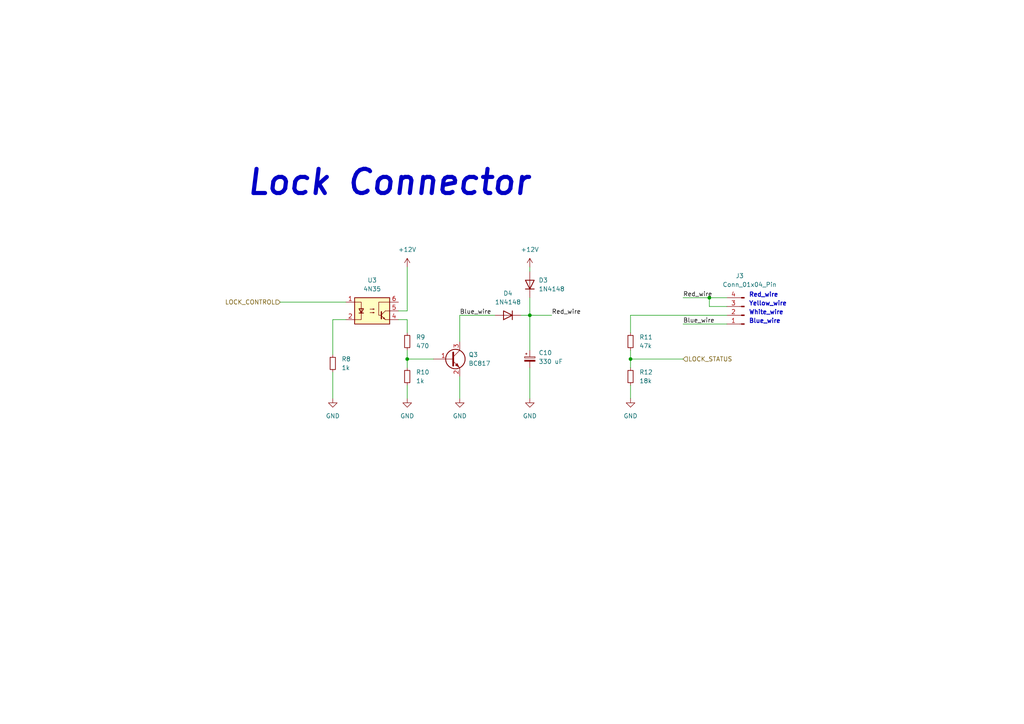
<source format=kicad_sch>
(kicad_sch (version 20230121) (generator eeschema)
  (paper "A4")
  (lib_symbols
    (symbol "Connector:Conn_01x04_Pin" (pin_names (offset 1.016) hide)
      (property "Reference" "J" (at 0 5.08 0))
      (property "Value" "Conn_01x04_Pin" (at 0 -7.62 0))
      (symbol "Conn_01x04_Pin_1_1"
        (polyline (pts (xy 1.27 -5.08) (xy 0.8636 -5.08)) (stroke (width 0.1524)))
        (polyline (pts (xy 1.27 -2.54) (xy 0.8636 -2.54)) (stroke (width 0.1524)))
        (polyline (pts (xy 1.27 0) (xy 0.8636 0)) (stroke (width 0.1524)))
        (polyline (pts (xy 1.27 2.54) (xy 0.8636 2.54)) (stroke (width 0.1524)))
        (rectangle (start 0.8636 -4.953) (end 0 -5.207) (stroke (width 0.1524)) (fill (type outline)))
        (rectangle (start 0.8636 -2.413) (end 0 -2.667) (stroke (width 0.1524)) (fill (type outline)))
        (rectangle (start 0.8636 0.127) (end 0 -0.127) (stroke (width 0.1524)) (fill (type outline)))
        (rectangle (start 0.8636 2.667) (end 0 2.413) (stroke (width 0.1524)) (fill (type outline)))
        (pin passive line (at 5.08 2.54 180) (length 3.81) (name "Pin_1") (number "1"))
        (pin passive line (at 5.08 0 180) (length 3.81) (name "Pin_2") (number "2"))
        (pin passive line (at 5.08 -2.54 180) (length 3.81) (name "Pin_3") (number "3"))
        (pin passive line (at 5.08 -5.08 180) (length 3.81) (name "Pin_4") (number "4"))
      )
    )
    (symbol "Device:C_Polarized_Small" (pin_numbers hide) (pin_names (offset 0.254) hide)
      (property "Reference" "C" (at 0.254 1.778 0))
      (property "Value" "C_Polarized_Small" (at 0.254 -2.032 0))
      (symbol "C_Polarized_Small_0_1"
        (rectangle (start -1.524 -0.3048) (end 1.524 -0.6858) (fill (type outline)))
        (rectangle (start -1.524 0.6858) (end 1.524 0.3048))
        (polyline (pts (xy -1.27 1.524) (xy -0.762 1.524)))
        (polyline (pts (xy -1.016 1.27) (xy -1.016 1.778)))
      )
      (symbol "C_Polarized_Small_1_1"
        (pin passive line (at 0 2.54 270) (length 1.8542) (name "~") (number "1"))
        (pin passive line (at 0 -2.54 90) (length 1.8542) (name "~") (number "2"))
      )
    )
    (symbol "Device:R_Small" (pin_numbers hide) (pin_names (offset 0.254) hide)
      (property "Reference" "R" (at 0.762 0.508 0))
      (property "Value" "R_Small" (at 0.762 -1.016 0))
      (symbol "R_Small_0_1"
        (rectangle (start -0.762 1.778) (end 0.762 -1.778) (stroke (width 0.2032)))
      )
      (symbol "R_Small_1_1"
        (pin passive line (at 0 2.54 270) (length 0.762) (name "~") (number "1"))
        (pin passive line (at 0 -2.54 90) (length 0.762) (name "~") (number "2"))
      )
    )
    (symbol "Diode:1N4148" (pin_numbers hide) (pin_names hide)
      (property "Reference" "D" (at 0 2.54 0))
      (property "Value" "1N4148" (at 0 -2.54 0))
      (symbol "1N4148_0_1"
        (polyline (pts (xy -1.27 1.27) (xy -1.27 -1.27)) (stroke (width 0.254)))
        (polyline (pts (xy 1.27 0) (xy -1.27 0)))
        (polyline (pts (xy 1.27 1.27) (xy 1.27 -1.27) (xy -1.27 0) (xy 1.27 1.27)) (stroke (width 0.254)))
      )
      (symbol "1N4148_1_1"
        (pin passive line (at -3.81 0 0) (length 2.54) (name "K") (number "1"))
        (pin passive line (at 3.81 0 180) (length 2.54) (name "A") (number "2"))
      )
    )
    (symbol "Isolator:4N35" (pin_names (offset 1.016))
      (property "Reference" "U" (at -5.08 5.08 0))
      (property "Value" "4N35" (at 0 5.08 0))
      (symbol "4N35_0_1"
        (rectangle (start -5.08 3.81) (end 5.08 -3.81) (stroke (width 0.254)) (fill (type background)))
        (polyline (pts (xy -3.81 -0.635) (xy -2.54 -0.635)) (stroke (width 0.254)))
        (polyline (pts (xy 2.667 -1.397) (xy 3.81 -2.54)))
        (polyline (pts (xy 2.667 -1.143) (xy 3.81 0)))
        (polyline (pts (xy 3.81 -2.54) (xy 5.08 -2.54)))
        (polyline (pts (xy 3.81 0) (xy 5.08 0)))
        (polyline (pts (xy 2.667 -0.254) (xy 2.667 -2.286) (xy 2.667 -2.286)) (stroke (width 0.3556)))
        (polyline (pts (xy -5.08 -2.54) (xy -3.175 -2.54) (xy -3.175 2.54) (xy -5.08 2.54)))
        (polyline (pts (xy -3.175 -0.635) (xy -3.81 0.635) (xy -2.54 0.635) (xy -3.175 -0.635)) (stroke (width 0.254)))
        (polyline (pts (xy 3.683 -2.413) (xy 3.429 -1.905) (xy 3.175 -2.159) (xy 3.683 -2.413)))
        (polyline (pts (xy 5.08 2.54) (xy 1.905 2.54) (xy 1.905 -1.27) (xy 2.54 -1.27)))
        (polyline (pts (xy -0.635 -0.508) (xy 0.635 -0.508) (xy 0.254 -0.635) (xy 0.254 -0.381) (xy 0.635 -0.508)))
        (polyline (pts (xy -0.635 0.508) (xy 0.635 0.508) (xy 0.254 0.381) (xy 0.254 0.635) (xy 0.635 0.508)))
      )
      (symbol "4N35_1_1"
        (pin passive line (at -7.62 2.54 0) (length 2.54) (name "~") (number "1"))
        (pin passive line (at -7.62 -2.54 0) (length 2.54) (name "~") (number "2"))
        (pin no_connect line (at -5.08 0 0) (length 2.54) hide (name "NC") (number "3"))
        (pin passive line (at 7.62 -2.54 180) (length 2.54) (name "~") (number "4"))
        (pin passive line (at 7.62 0 180) (length 2.54) (name "~") (number "5"))
        (pin passive line (at 7.62 2.54 180) (length 2.54) (name "~") (number "6"))
      )
    )
    (symbol "Transistor_BJT:BC817" (pin_names (offset 0) hide)
      (property "Reference" "Q" (at 5.08 1.905 0))
      (property "Value" "BC817" (at 5.08 0 0))
      (symbol "BC817_0_1"
        (polyline (pts (xy 0.635 0.635) (xy 2.54 2.54)))
        (polyline (pts (xy 0.635 -0.635) (xy 2.54 -2.54) (xy 2.54 -2.54)))
        (polyline (pts (xy 0.635 1.905) (xy 0.635 -1.905) (xy 0.635 -1.905)) (stroke (width 0.508)))
        (polyline (pts (xy 1.27 -1.778) (xy 1.778 -1.27) (xy 2.286 -2.286) (xy 1.27 -1.778) (xy 1.27 -1.778)) (fill (type outline)))
        (circle (center 1.27 0) (radius 2.8194) (stroke (width 0.254)))
      )
      (symbol "BC817_1_1"
        (pin input line (at -5.08 0 0) (length 5.715) (name "B") (number "1"))
        (pin passive line (at 2.54 -5.08 90) (length 2.54) (name "E") (number "2"))
        (pin passive line (at 2.54 5.08 270) (length 2.54) (name "C") (number "3"))
      )
    )
    (symbol "power:+12V" (power) (pin_names (offset 0))
      (property "Value" "+12V" (at 0 3.556 0))
      (symbol "+12V_0_1"
        (polyline (pts (xy -0.762 1.27) (xy 0 2.54)))
        (polyline (pts (xy 0 0) (xy 0 2.54)))
        (polyline (pts (xy 0 2.54) (xy 0.762 1.27)))
      )
      (symbol "+12V_1_1"
        (pin power_in line (at 0 0 90) (length 0) hide (name "+12V") (number "1"))
      )
    )
    (symbol "power:GND" (power) (pin_names (offset 0))
      (property "Value" "GND" (at 0 -3.81 0))
      (symbol "GND_0_1"
        (polyline (pts (xy 0 0) (xy 0 -1.27) (xy 1.27 -1.27) (xy 0 -2.54) (xy -1.27 -1.27) (xy 0 -1.27)))
      )
      (symbol "GND_1_1"
        (pin power_in line (at 0 0 270) (length 0) hide (name "GND") (number "1"))
      )
    )
  )
  (junction (at 205.74 86.36))
  (junction (at 153.67 91.44))
  (junction (at 118.11 104.14))
  (junction (at 182.88 104.14))
  (wire (pts (xy 118.11 104.14) (xy 125.73 104.14)))
  (wire (pts (xy 153.67 86.36) (xy 153.67 91.44)))
  (wire (pts (xy 205.74 88.9) (xy 205.74 86.36)))
  (wire (pts (xy 118.11 77.47) (xy 118.11 90.17)))
  (wire (pts (xy 118.11 101.6) (xy 118.11 104.14)))
  (wire (pts (xy 96.52 107.95) (xy 96.52 115.57)))
  (wire (pts (xy 153.67 91.44) (xy 160.02 91.44)))
  (wire (pts (xy 96.52 92.71) (xy 100.33 92.71)))
  (wire (pts (xy 182.88 101.6) (xy 182.88 104.14)))
  (wire (pts (xy 151.13 91.44) (xy 153.67 91.44)))
  (wire (pts (xy 118.11 92.71) (xy 118.11 96.52)))
  (wire (pts (xy 198.12 93.98) (xy 210.82 93.98)))
  (wire (pts (xy 133.35 91.44) (xy 133.35 99.06)))
  (wire (pts (xy 153.67 91.44) (xy 153.67 101.6)))
  (wire (pts (xy 182.88 104.14) (xy 198.12 104.14)))
  (wire (pts (xy 182.88 91.44) (xy 182.88 96.52)))
  (wire (pts (xy 210.82 88.9) (xy 205.74 88.9)))
  (wire (pts (xy 153.67 106.68) (xy 153.67 115.57)))
  (wire (pts (xy 96.52 92.71) (xy 96.52 102.87)))
  (wire (pts (xy 81.28 87.63) (xy 100.33 87.63)))
  (wire (pts (xy 118.11 111.76) (xy 118.11 115.57)))
  (wire (pts (xy 133.35 91.44) (xy 143.51 91.44)))
  (wire (pts (xy 153.67 77.47) (xy 153.67 78.74)))
  (wire (pts (xy 118.11 104.14) (xy 118.11 106.68)))
  (wire (pts (xy 115.57 92.71) (xy 118.11 92.71)))
  (wire (pts (xy 182.88 104.14) (xy 182.88 106.68)))
  (wire (pts (xy 198.12 86.36) (xy 205.74 86.36)))
  (wire (pts (xy 182.88 111.76) (xy 182.88 115.57)))
  (wire (pts (xy 118.11 90.17) (xy 115.57 90.17)))
  (wire (pts (xy 210.82 91.44) (xy 182.88 91.44)))
  (wire (pts (xy 133.35 109.22) (xy 133.35 115.57)))
  (wire (pts (xy 205.74 86.36) (xy 210.82 86.36)))
  (text "Blue_wire\n" (at 217.17 93.98 0) (effects (font (size 1.27 1.27) bold) (justify left bottom)))
  (text "Red_wire" (at 217.17 86.36 0) (effects (font (size 1.27 1.27) bold) (justify left bottom)))
  (text "Yellow_wire" (at 217.17 88.9 0) (effects (font (size 1.27 1.27) bold) (justify left bottom)))
  (text "Lock Connector\n" (at 71.12 57.15 0) (effects (font (size 7 7) (thickness 1.2) bold italic) (justify left bottom)))
  (text "White_wire" (at 217.17 91.44 0) (effects (font (size 1.27 1.27) bold) (justify left bottom)))
  (label "Red_wire" (at 198.12 86.36 0))
  (label "Blue_wire" (at 133.35 91.44 0))
  (label "Blue_wire" (at 198.12 93.98 0))
  (label "Red_wire" (at 160.02 91.44 0))
  (hierarchical_label "LOCK_CONTROL" (shape input) (at 81.28 87.63 180))
  (hierarchical_label "LOCK_STATUS" (shape input) (at 198.12 104.14 0))
  (symbol (lib_id "power:GND") (at 133.35 115.57 0) (unit 1)
    (property "Reference" "#PWR029" (effects hide))
    (property "Value" "GND" (at 133.35 120.65 0))
  )
  (symbol (lib_id "Device:R_Small") (at 118.11 99.06 0) (unit 1)
    (property "Reference" "R9" (at 120.65 97.79 0) (effects (justify left)))
    (property "Value" "470" (at 120.65 100.33 0) (effects (justify left)))
  )
  (symbol (lib_id "Diode:1N4148") (at 147.32 91.44 180) (unit 1)
    (property "Reference" "D4" (at 147.32 85.09 0))
    (property "Value" "1N4148" (at 147.32 87.63 0))
    (property "Footprint" "Diode_THT:D_DO-35_SOD27_P7.62mm_Horizontal" (effects hide))
    (property "Datasheet" "https://assets.nexperia.com/documents/data-sheet/1N4148_1N4448.pdf" (effects hide))
    (property "Sim.Device" "D" (effects hide))
    (property "Sim.Pins" "1=K 2=A" (effects hide))
    (instances (project "Microcontroller_board" (path "" (reference "D4") (unit 1)) (path "" (reference "D3") (unit 1))))
  )
  (symbol (lib_id "power:GND") (at 182.88 115.57 0) (unit 1)
    (property "Reference" "#PWR032" (effects hide))
    (property "Value" "GND" (at 182.88 120.65 0))
  )
  (symbol (lib_id "Device:R_Small") (at 118.11 109.22 0) (unit 1)
    (property "Reference" "R10" (at 120.65 107.95 0) (effects (justify left)))
    (property "Value" "1k" (at 120.65 110.49 0) (effects (justify left)))
  )
  (symbol (lib_id "Transistor_BJT:BC817") (at 130.81 104.14 0) (unit 1)
    (property "Reference" "Q3" (at 135.89 102.87 0) (effects (justify left)))
    (property "Value" "BC817" (at 135.89 105.41 0) (effects (justify left)))
    (property "Footprint" "Package_TO_SOT_SMD:SOT-23" (effects hide))
    (property "Datasheet" "https://www.onsemi.com/pub/Collateral/BC818-D.pdf" (effects hide))
  )
  (symbol (lib_id "Device:R_Small") (at 182.88 109.22 0) (unit 1)
    (property "Reference" "R12" (at 185.42 107.95 0) (effects (justify left)))
    (property "Value" "18k" (at 185.42 110.49 0) (effects (justify left)))
  )
  (symbol (lib_id "Diode:1N4148") (at 153.67 82.55 90) (unit 1)
    (property "Reference" "D3" (at 156.21 81.28 90) (effects (justify right)))
    (property "Value" "1N4148" (at 156.21 83.82 90) (effects (justify right)))
    (property "Footprint" "Diode_THT:D_DO-35_SOD27_P7.62mm_Horizontal" (effects hide))
    (property "Datasheet" "https://assets.nexperia.com/documents/data-sheet/1N4148_1N4448.pdf" (effects hide))
    (property "Sim.Device" "D" (effects hide))
    (property "Sim.Pins" "1=K 2=A" (effects hide))
    (instances (project "Microcontroller_board" (path "" (reference "D3") (unit 1)) (path "" (reference "D4") (unit 1))))
  )
  (symbol (lib_id "power:GND") (at 96.52 115.57 0) (unit 1)
    (property "Reference" "#PWR026" (effects hide))
    (property "Value" "GND" (at 96.52 120.65 0))
  )
  (symbol (lib_id "power:+12V") (at 118.11 77.47 0) (unit 1)
    (property "Reference" "#PWR027" (effects hide))
    (property "Value" "+12V" (at 118.11 72.39 0))
  )
  (symbol (lib_id "power:GND") (at 118.11 115.57 0) (unit 1)
    (property "Reference" "#PWR028" (effects hide))
    (property "Value" "GND" (at 118.11 120.65 0))
  )
  (symbol (lib_id "power:GND") (at 153.67 115.57 0) (unit 1)
    (property "Reference" "#PWR030" (effects hide))
    (property "Value" "GND" (at 153.67 120.65 0))
    (instances (project "Microcontroller_board" (path "" (reference "#PWR030") (unit 1)) (path "" (reference "#PWR031") (unit 1))))
  )
  (symbol (lib_id "Connector:Conn_01x04_Pin") (at 215.9 91.44 180) (unit 1)
    (property "Reference" "J3" (at 213.36 80.01 0) (effects (justify right)))
    (property "Value" "Conn_01x04_Pin" (at 209.55 82.55 0) (effects (justify right)))
  )
  (symbol (lib_id "Isolator:4N35") (at 107.95 90.17 0) (unit 1)
    (property "Reference" "U3" (at 107.95 81.28 0))
    (property "Value" "4N35" (at 107.95 83.82 0))
    (property "Footprint" "Package_DIP:DIP-6_W7.62mm" (effects hide))
    (property "Datasheet" "https://www.vishay.com/docs/81181/4n35.pdf" (effects hide))
  )
  (symbol (lib_id "power:+12V") (at 153.67 77.47 0) (unit 1)
    (property "Reference" "#PWR031" (effects hide))
    (property "Value" "+12V" (at 153.67 72.39 0))
    (instances (project "Microcontroller_board" (path "" (reference "#PWR031") (unit 1)) (path "" (reference "#PWR030") (unit 1))))
  )
  (symbol (lib_id "Device:R_Small") (at 96.52 105.41 0) (unit 1)
    (property "Reference" "R8" (at 99.06 104.14 0) (effects (justify left)))
    (property "Value" "1k" (at 99.06 106.68 0) (effects (justify left)))
  )
  (symbol (lib_id "Device:C_Polarized_Small") (at 153.67 104.14 0) (unit 1)
    (property "Reference" "C10" (at 156.21 102.3239 0) (effects (justify left)))
    (property "Value" "330 uF" (at 156.21 104.8639 0) (effects (justify left)))
  )
  (symbol (lib_id "Device:R_Small") (at 182.88 99.06 0) (unit 1)
    (property "Reference" "R11" (at 185.42 97.79 0) (effects (justify left)))
    (property "Value" "47k" (at 185.42 100.33 0) (effects (justify left)))
  )
)
</source>
